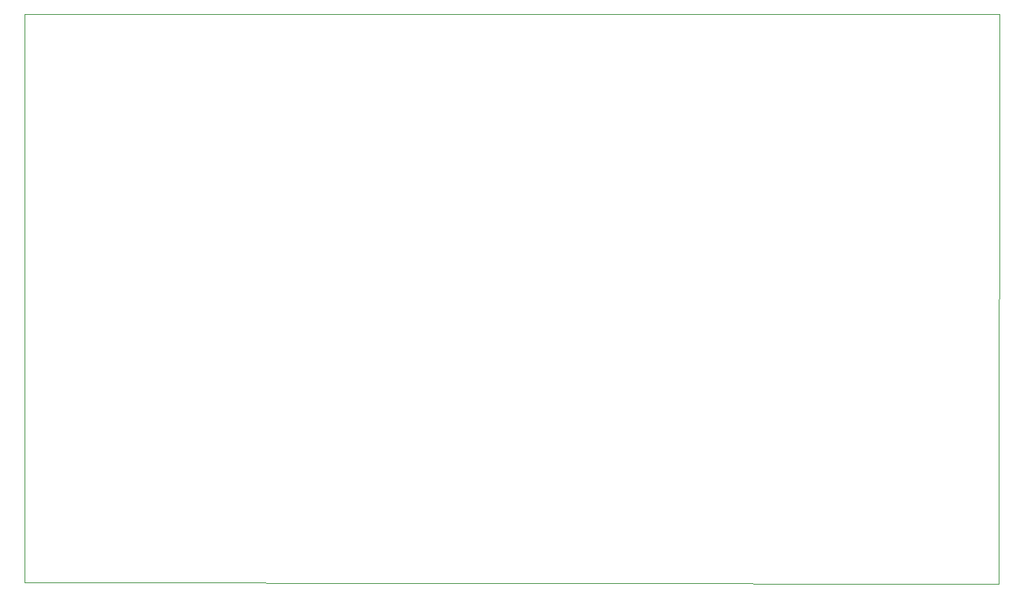
<source format=gbr>
%TF.GenerationSoftware,KiCad,Pcbnew,(5.1.7-0-10_14)*%
%TF.CreationDate,2021-06-29T16:16:18+02:00*%
%TF.ProjectId,NodeMCU32_Multisensor,4e6f6465-4d43-4553-9332-5f4d756c7469,rev?*%
%TF.SameCoordinates,Original*%
%TF.FileFunction,Profile,NP*%
%FSLAX46Y46*%
G04 Gerber Fmt 4.6, Leading zero omitted, Abs format (unit mm)*
G04 Created by KiCad (PCBNEW (5.1.7-0-10_14)) date 2021-06-29 16:16:18*
%MOMM*%
%LPD*%
G01*
G04 APERTURE LIST*
%TA.AperFunction,Profile*%
%ADD10C,0.050000*%
%TD*%
G04 APERTURE END LIST*
D10*
X157226000Y-57658000D02*
X157226000Y-58039000D01*
X46228000Y-57658000D02*
X157226000Y-57658000D01*
X46228000Y-122428000D02*
X46228000Y-57658000D01*
X157099000Y-122555000D02*
X46228000Y-122428000D01*
X157226000Y-58039000D02*
X157099000Y-122555000D01*
M02*

</source>
